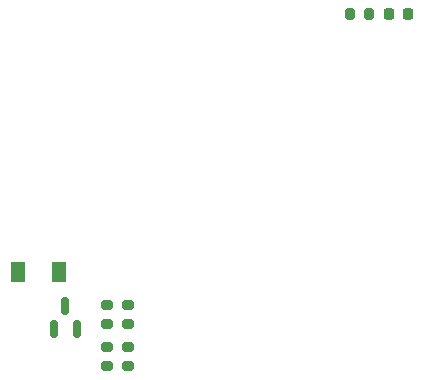
<source format=gbr>
%TF.GenerationSoftware,KiCad,Pcbnew,(6.0.9)*%
%TF.CreationDate,2023-01-09T21:19:57+09:00*%
%TF.ProjectId,rasp_power_module,72617370-5f70-46f7-9765-725f6d6f6475,rev?*%
%TF.SameCoordinates,PX74079d0PY6f2f610*%
%TF.FileFunction,Paste,Top*%
%TF.FilePolarity,Positive*%
%FSLAX46Y46*%
G04 Gerber Fmt 4.6, Leading zero omitted, Abs format (unit mm)*
G04 Created by KiCad (PCBNEW (6.0.9)) date 2023-01-09 21:19:57*
%MOMM*%
%LPD*%
G01*
G04 APERTURE LIST*
G04 Aperture macros list*
%AMRoundRect*
0 Rectangle with rounded corners*
0 $1 Rounding radius*
0 $2 $3 $4 $5 $6 $7 $8 $9 X,Y pos of 4 corners*
0 Add a 4 corners polygon primitive as box body*
4,1,4,$2,$3,$4,$5,$6,$7,$8,$9,$2,$3,0*
0 Add four circle primitives for the rounded corners*
1,1,$1+$1,$2,$3*
1,1,$1+$1,$4,$5*
1,1,$1+$1,$6,$7*
1,1,$1+$1,$8,$9*
0 Add four rect primitives between the rounded corners*
20,1,$1+$1,$2,$3,$4,$5,0*
20,1,$1+$1,$4,$5,$6,$7,0*
20,1,$1+$1,$6,$7,$8,$9,0*
20,1,$1+$1,$8,$9,$2,$3,0*%
G04 Aperture macros list end*
%ADD10RoundRect,0.200000X-0.275000X0.200000X-0.275000X-0.200000X0.275000X-0.200000X0.275000X0.200000X0*%
%ADD11RoundRect,0.200000X-0.200000X-0.275000X0.200000X-0.275000X0.200000X0.275000X-0.200000X0.275000X0*%
%ADD12RoundRect,0.218750X-0.218750X-0.256250X0.218750X-0.256250X0.218750X0.256250X-0.218750X0.256250X0*%
%ADD13RoundRect,0.150000X0.150000X-0.587500X0.150000X0.587500X-0.150000X0.587500X-0.150000X-0.587500X0*%
%ADD14R,1.300000X1.700000*%
G04 APERTURE END LIST*
D10*
%TO.C,R1*%
X15748000Y28511000D03*
X15748000Y26861000D03*
%TD*%
%TO.C,R4*%
X15748000Y24955000D03*
X15748000Y23305000D03*
%TD*%
%TO.C,R2*%
X13970000Y28511000D03*
X13970000Y26861000D03*
%TD*%
D11*
%TO.C,R5*%
X34481000Y53086000D03*
X36131000Y53086000D03*
%TD*%
D12*
%TO.C,D3*%
X37820500Y53086000D03*
X39395500Y53086000D03*
%TD*%
D13*
%TO.C,Q1*%
X9464000Y26494500D03*
X11364000Y26494500D03*
X10414000Y28369500D03*
%TD*%
D14*
%TO.C,D1*%
X9878000Y31242000D03*
X6378000Y31242000D03*
%TD*%
D10*
%TO.C,R3*%
X13970000Y24955000D03*
X13970000Y23305000D03*
%TD*%
M02*

</source>
